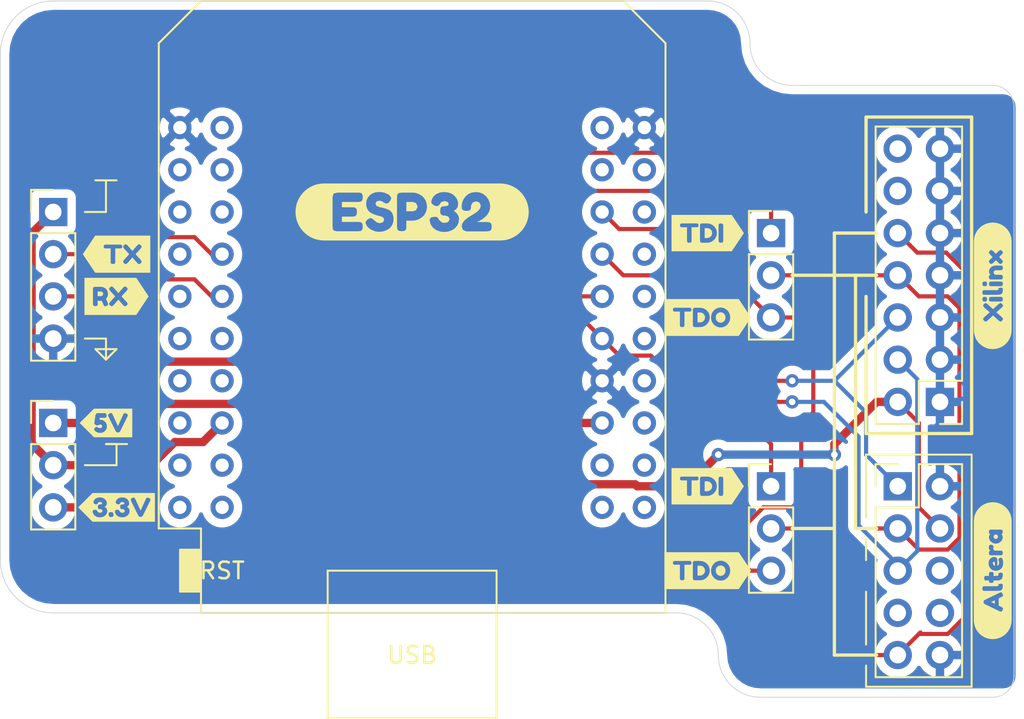
<source format=kicad_pcb>
(kicad_pcb (version 20211014) (generator pcbnew)
  (layers (0 "F.Cu" signal) (31 "B.Cu" signal) (34 "B.Paste" user) (35 "F.Paste" user) (36 "B.SilkS" user "B.Silkscreen") (37 "F.SilkS" user "F.Silkscreen") (38 "B.Mask" user) (39 "F.Mask" user) (44 "Edge.Cuts" user))
  (net 0 "")
  (net 1 "Net-(U1-Pad2)")
  (net 2 "Net-(U1-Pad3)")
  (net 3 "Net-(U1-Pad4)")
  (net 4 "Net-(U1-Pad5)")
  (net 5 "Net-(U1-Pad6)")
  (net 6 "Net-(U1-Pad7)")
  (net 7 "Net-(U1-Pad9)")
  (net 8 "Net-(U1-Pad11)")
  (net 9 "Net-(U1-Pad12)")
  (net 10 "Net-(U1-Pad13)")
  (net 11 "Net-(U1-Pad14)")
  (net 12 "Net-(U1-Pad15)")
  (net 13 "Net-(U1-Pad17)")
  (net 14 "Net-(U1-Pad18)")
  (net 15 "Net-(U1-Pad19)")
  (net 16 "Net-(U1-Pad20)")
  (net 17 "Net-(U1-Pad21)")
  (net 18 "Net-(U1-Pad23)")
  (net 19 "Net-(U1-Pad24)")
  (net 20 "Net-(U1-Pad26)")
  (net 21 "Net-(U1-Pad28)")
  (net 22 "Net-(U1-Pad30)")
  (net 23 "Net-(U1-Pad32)")
  (net 24 "Net-(U1-Pad34)")
  (net 25 "Net-(U1-Pad36)")
  (net 26 "Net-(U1-Pad37)")
  (net 27 "Net-(U1-Pad38)")
  (net 28 "Net-(U1-Pad39)")
  (net 29 "Net-(U1-Pad40)")
  (net 30 "Net-(J1-Pad14)")
  (net 31 "GND")
  (net 32 "Net-(J1-Pad12)")
  (net 33 "Net-(J1-Pad10)")
  (net 34 "Net-(J1-Pad8)")
  (net 35 "/TCK")
  (net 36 "/TMS")
  (net 37 "VCC")
  (net 38 "Net-(J2-Pad8)")
  (net 39 "Net-(J2-Pad7)")
  (net 40 "Net-(J2-Pad6)")
  (net 41 "+3V3")
  (net 42 "+5V")
  (net 43 "/TDO")
  (net 44 "/TDI")
  (net 45 "/U_RX")
  (net 46 "/U_TX")
  (footprint "Connector_PinHeader_2.54mm:PinHeader_2x07_P2.54mm_Vertical" (layer "F.Cu") (at 154.94 106.68 180)
    (fp_text reference "J1" hide)
    (fp_text value "Conn_02x07_Odd_Even" hide)
    (pad "1" thru_hole rect locked (at 0 0 180) (size 1.7 1.7) (drill 1) (layers *.Cu *.Mask) (net 31 "GND"))
    (pad "2" thru_hole oval locked (at 2.54 0 180) (size 1.7 1.7) (drill 1) (layers *.Cu *.Mask) (net 37 "VCC"))
    (pad "3" thru_hole oval locked (at 0 2.54 180) (size 1.7 1.7) (drill 1) (layers *.Cu *.Mask) (net 31 "GND"))
    (pad "4" thru_hole oval locked (at 2.54 2.54 180) (size 1.7 1.7) (drill 1) (layers *.Cu *.Mask) (net 36 "/TMS"))
    (pad "5" thru_hole oval locked (at 0 5.08 180) (size 1.7 1.7) (drill 1) (layers *.Cu *.Mask) (net 31 "GND"))
    (pad "6" thru_hole oval locked (at 2.54 5.08 180) (size 1.7 1.7) (drill 1) (layers *.Cu *.Mask) (net 35 "/TCK"))
    (pad "7" thru_hole oval locked (at 0 7.62 180) (size 1.7 1.7) (drill 1) (layers *.Cu *.Mask) (net 31 "GND"))
    (pad "8" thru_hole oval locked (at 2.54 7.62 180) (size 1.7 1.7) (drill 1) (layers *.Cu *.Mask) (net 34 "Net-(J1-Pad8)"))
    (pad "9" thru_hole oval locked (at 0 10.16 180) (size 1.7 1.7) (drill 1) (layers *.Cu *.Mask) (net 31 "GND"))
    (pad "10" thru_hole oval locked (at 2.54 10.16 180) (size 1.7 1.7) (drill 1) (layers *.Cu *.Mask) (net 33 "Net-(J1-Pad10)"))
    (pad "11" thru_hole oval locked (at 0 12.7 180) (size 1.7 1.7) (drill 1) (layers *.Cu *.Mask) (net 31 "GND"))
    (pad "12" thru_hole oval locked (at 2.54 12.7 180) (size 1.7 1.7) (drill 1) (layers *.Cu *.Mask) (net 32 "Net-(J1-Pad12)"))
    (pad "13" thru_hole oval locked (at 0 15.24 180) (size 1.7 1.7) (drill 1) (layers *.Cu *.Mask) (net 31 "GND"))
    (pad "14" thru_hole oval locked (at 2.54 15.24 180) (size 1.7 1.7) (drill 1) (layers *.Cu *.Mask) (net 30 "Net-(J1-Pad14)"))
  )
  (footprint "Connector_PinHeader_2.54mm:PinHeader_2x05_P2.54mm_Vertical" (layer "F.Cu") (at 152.4 111.76)
    (fp_text reference "J2" hide)
    (fp_text value "Conn_02x05_Odd_Even" hide)
    (pad "1" thru_hole rect locked (at 0 0) (size 1.7 1.7) (drill 1) (layers *.Cu *.Mask) (net 35 "/TCK"))
    (pad "2" thru_hole oval locked (at 2.54 0) (size 1.7 1.7) (drill 1) (layers *.Cu *.Mask) (net 31 "GND"))
    (pad "3" thru_hole oval locked (at 0 2.54) (size 1.7 1.7) (drill 1) (layers *.Cu *.Mask) (net 34 "Net-(J1-Pad8)"))
    (pad "4" thru_hole oval locked (at 2.54 2.54) (size 1.7 1.7) (drill 1) (layers *.Cu *.Mask) (net 37 "VCC"))
    (pad "5" thru_hole oval locked (at 0 5.08) (size 1.7 1.7) (drill 1) (layers *.Cu *.Mask) (net 36 "/TMS"))
    (pad "6" thru_hole oval locked (at 2.54 5.08) (size 1.7 1.7) (drill 1) (layers *.Cu *.Mask) (net 40 "Net-(J2-Pad6)"))
    (pad "7" thru_hole oval locked (at 0 7.62) (size 1.7 1.7) (drill 1) (layers *.Cu *.Mask) (net 39 "Net-(J2-Pad7)"))
    (pad "8" thru_hole oval locked (at 2.54 7.62) (size 1.7 1.7) (drill 1) (layers *.Cu *.Mask) (net 38 "Net-(J2-Pad8)"))
    (pad "9" thru_hole oval locked (at 0 10.16) (size 1.7 1.7) (drill 1) (layers *.Cu *.Mask) (net 33 "Net-(J1-Pad10)"))
    (pad "10" thru_hole oval locked (at 2.54 10.16) (size 1.7 1.7) (drill 1) (layers *.Cu *.Mask) (net 31 "GND"))
  )
  (footprint "Connector_PinHeader_2.54mm:PinHeader_1x03_P2.54mm_Vertical" (layer "F.Cu") (at 101.6 107.95)
    (fp_text reference "J3" hide)
    (fp_text value "Conn_01x03" hide)
    (pad "1" thru_hole rect locked (at 0 0) (size 1.7 1.7) (drill 1) (layers *.Cu *.Mask) (net 42 "+5V"))
    (pad "2" thru_hole oval locked (at 0 2.54) (size 1.7 1.7) (drill 1) (layers *.Cu *.Mask) (net 37 "VCC"))
    (pad "3" thru_hole oval locked (at 0 5.08) (size 1.7 1.7) (drill 1) (layers *.Cu *.Mask) (net 41 "+3V3"))
  )
  (footprint "Connector_PinHeader_2.54mm:PinHeader_1x03_P2.54mm_Vertical" (layer "F.Cu") (at 144.78 96.52)
    (fp_text reference "J4" hide)
    (fp_text value "Conn_01x03" hide)
    (pad "1" thru_hole rect locked (at 0 0) (size 1.7 1.7) (drill 1) (layers *.Cu *.Mask) (net 44 "/TDI"))
    (pad "2" thru_hole oval locked (at 0 2.54) (size 1.7 1.7) (drill 1) (layers *.Cu *.Mask) (net 34 "Net-(J1-Pad8)"))
    (pad "3" thru_hole oval locked (at 0 5.08) (size 1.7 1.7) (drill 1) (layers *.Cu *.Mask) (net 43 "/TDO"))
  )
  (footprint "Connector_PinHeader_2.54mm:PinHeader_1x03_P2.54mm_Vertical" (layer "F.Cu") (at 144.78 111.76)
    (fp_text reference "J5" hide)
    (fp_text value "Conn_01x03" hide)
    (pad "1" thru_hole rect locked (at 0 0) (size 1.7 1.7) (drill 1) (layers *.Cu *.Mask) (net 44 "/TDI"))
    (pad "2" thru_hole oval locked (at 0 2.54) (size 1.7 1.7) (drill 1) (layers *.Cu *.Mask) (net 33 "Net-(J1-Pad10)"))
    (pad "3" thru_hole oval locked (at 0 5.08) (size 1.7 1.7) (drill 1) (layers *.Cu *.Mask) (net 43 "/TDO"))
  )
  (footprint "Connector_PinHeader_2.54mm:PinHeader_1x04_P2.54mm_Vertical" (layer "F.Cu") (at 101.6 95.25)
    (fp_text reference "J6" hide)
    (fp_text value "Conn_01x04" hide)
    (pad "1" thru_hole rect locked (at 0 0) (size 1.7 1.7) (drill 1) (layers *.Cu *.Mask) (net 37 "VCC"))
    (pad "2" thru_hole oval locked (at 0 2.54) (size 1.7 1.7) (drill 1) (layers *.Cu *.Mask) (net 46 "/U_TX"))
    (pad "3" thru_hole oval locked (at 0 5.08) (size 1.7 1.7) (drill 1) (layers *.Cu *.Mask) (net 45 "/U_RX"))
    (pad "4" thru_hole oval locked (at 0 7.62) (size 1.7 1.7) (drill 1) (layers *.Cu *.Mask) (net 31 "GND"))
  )
  (footprint "label" (layer "F.Cu") (at 105.41 113.03)
    (fp_text reference "svg2mod" hide)
    (fp_text value "G***" hide)
  )
  (footprint "label" (layer "F.Cu") (at 104.775 107.95)
    (fp_text reference "svg2mod" hide)
    (fp_text value "G***" hide)
  )
  (footprint "ESP32_mini:ESP32_mini" (layer "F.Cu") (at 123.19 101.6)
    (fp_text reference "U1" hide)
    (fp_text value "mini_esp32")
    (fp_text user "RST" (at -11.43 15.24) (layer "F.SilkS"))
    (fp_text user "USB" (at 0 20.32) (layer "F.SilkS"))
    (pad "1" thru_hole circle locked (at -13.97 -11.43 270) (size 1.4 1.4) (drill 0.8) (layers *.Cu *.Mask) (net 31 "GND"))
    (pad "2" thru_hole circle locked (at -11.43 -11.43 270) (size 1.4 1.4) (drill 0.8) (layers *.Cu *.Mask) (net 1 "Net-(U1-Pad2)"))
    (pad "3" thru_hole circle locked (at -13.97 -8.89 270) (size 1.4 1.4) (drill 0.8) (layers *.Cu *.Mask) (net 2 "Net-(U1-Pad3)"))
    (pad "4" thru_hole circle locked (at -11.43 -8.89 270) (size 1.4 1.4) (drill 0.8) (layers *.Cu *.Mask) (net 3 "Net-(U1-Pad4)"))
    (pad "5" thru_hole circle locked (at -13.97 -6.35 270) (size 1.4 1.4) (drill 0.8) (layers *.Cu *.Mask) (net 4 "Net-(U1-Pad5)"))
    (pad "6" thru_hole circle locked (at -11.43 -6.35 270) (size 1.4 1.4) (drill 0.8) (layers *.Cu *.Mask) (net 5 "Net-(U1-Pad6)"))
    (pad "7" thru_hole circle locked (at -13.97 -3.81 270) (size 1.4 1.4) (drill 0.8) (layers *.Cu *.Mask) (net 6 "Net-(U1-Pad7)"))
    (pad "8" thru_hole circle locked (at -11.43 -3.81 270) (size 1.4 1.4) (drill 0.8) (layers *.Cu *.Mask) (net 46 "/U_TX"))
    (pad "9" thru_hole circle locked (at -13.97 -1.27 270) (size 1.4 1.4) (drill 0.8) (layers *.Cu *.Mask) (net 7 "Net-(U1-Pad9)"))
    (pad "10" thru_hole circle locked (at -11.43 -1.27 270) (size 1.4 1.4) (drill 0.8) (layers *.Cu *.Mask) (net 45 "/U_RX"))
    (pad "11" thru_hole circle locked (at -13.97 1.27 270) (size 1.4 1.4) (drill 0.8) (layers *.Cu *.Mask) (net 8 "Net-(U1-Pad11)"))
    (pad "12" thru_hole circle locked (at -11.43 1.27 270) (size 1.4 1.4) (drill 0.8) (layers *.Cu *.Mask) (net 9 "Net-(U1-Pad12)"))
    (pad "13" thru_hole circle locked (at -13.97 3.81 270) (size 1.4 1.4) (drill 0.8) (layers *.Cu *.Mask) (net 10 "Net-(U1-Pad13)"))
    (pad "14" thru_hole circle locked (at -11.43 3.81 270) (size 1.4 1.4) (drill 0.8) (layers *.Cu *.Mask) (net 11 "Net-(U1-Pad14)"))
    (pad "15" thru_hole circle locked (at -13.97 6.35 270) (size 1.4 1.4) (drill 0.8) (layers *.Cu *.Mask) (net 12 "Net-(U1-Pad15)"))
    (pad "16" thru_hole circle locked (at -11.43 6.35 270) (size 1.4 1.4) (drill 0.8) (layers *.Cu *.Mask) (net 41 "+3V3"))
    (pad "17" thru_hole circle locked (at -13.97 8.89 270) (size 1.4 1.4) (drill 0.8) (layers *.Cu *.Mask) (net 13 "Net-(U1-Pad17)"))
    (pad "18" thru_hole circle locked (at -11.43 8.89 270) (size 1.4 1.4) (drill 0.8) (layers *.Cu *.Mask) (net 14 "Net-(U1-Pad18)"))
    (pad "19" thru_hole circle locked (at -13.97 11.43 270) (size 1.4 1.4) (drill 0.8) (layers *.Cu *.Mask) (net 15 "Net-(U1-Pad19)"))
    (pad "20" thru_hole circle locked (at -11.43 11.43 270) (size 1.4 1.4) (drill 0.8) (layers *.Cu *.Mask) (net 16 "Net-(U1-Pad20)"))
    (pad "21" thru_hole circle locked (at 11.43 -11.43 270) (size 1.4 1.4) (drill 0.8) (layers *.Cu *.Mask) (net 17 "Net-(U1-Pad21)"))
    (pad "22" thru_hole circle locked (at 13.97 -11.43 270) (size 1.4 1.4) (drill 0.8) (layers *.Cu *.Mask) (net 31 "GND"))
    (pad "23" thru_hole circle locked (at 11.43 -8.89 270) (size 1.4 1.4) (drill 0.8) (layers *.Cu *.Mask) (net 18 "Net-(U1-Pad23)"))
    (pad "24" thru_hole circle locked (at 13.97 -8.89 270) (size 1.4 1.4) (drill 0.8) (layers *.Cu *.Mask) (net 19 "Net-(U1-Pad24)"))
    (pad "25" thru_hole circle locked (at 11.43 -6.35 270) (size 1.4 1.4) (drill 0.8) (layers *.Cu *.Mask) (net 35 "/TCK"))
    (pad "26" thru_hole circle locked (at 13.97 -6.35 270) (size 1.4 1.4) (drill 0.8) (layers *.Cu *.Mask) (net 20 "Net-(U1-Pad26)"))
    (pad "27" thru_hole circle locked (at 11.43 -3.81 270) (size 1.4 1.4) (drill 0.8) (layers *.Cu *.Mask) (net 36 "/TMS"))
    (pad "28" thru_hole circle locked (at 13.97 -3.81 270) (size 1.4 1.4) (drill 0.8) (layers *.Cu *.Mask) (net 21 "Net-(U1-Pad28)"))
    (pad "29" thru_hole circle locked (at 11.43 -1.27 270) (size 1.4 1.4) (drill 0.8) (layers *.Cu *.Mask) (net 43 "/TDO"))
    (pad "30" thru_hole circle locked (at 13.97 -1.27 270) (size 1.4 1.4) (drill 0.8) (layers *.Cu *.Mask) (net 22 "Net-(U1-Pad30)"))
    (pad "31" thru_hole circle locked (at 11.43 1.27 270) (size 1.4 1.4) (drill 0.8) (layers *.Cu *.Mask) (net 44 "/TDI"))
    (pad "32" thru_hole circle locked (at 13.97 1.27 270) (size 1.4 1.4) (drill 0.8) (layers *.Cu *.Mask) (net 23 "Net-(U1-Pad32)"))
    (pad "33" thru_hole circle locked (at 11.43 3.81 270) (size 1.4 1.4) (drill 0.8) (layers *.Cu *.Mask) (net 31 "GND"))
    (pad "34" thru_hole circle locked (at 13.97 3.81 270) (size 1.4 1.4) (drill 0.8) (layers *.Cu *.Mask) (net 24 "Net-(U1-Pad34)"))
    (pad "35" thru_hole circle locked (at 11.43 6.35 270) (size 1.4 1.4) (drill 0.8) (layers *.Cu *.Mask) (net 42 "+5V"))
    (pad "36" thru_hole circle locked (at 13.97 6.35 270) (size 1.4 1.4) (drill 0.8) (layers *.Cu *.Mask) (net 25 "Net-(U1-Pad36)"))
    (pad "37" thru_hole circle locked (at 11.43 8.89 270) (size 1.4 1.4) (drill 0.8) (layers *.Cu *.Mask) (net 26 "Net-(U1-Pad37)"))
    (pad "38" thru_hole circle locked (at 13.97 8.89 270) (size 1.4 1.4) (drill 0.8) (layers *.Cu *.Mask) (net 27 "Net-(U1-Pad38)"))
    (pad "39" thru_hole circle locked (at 11.43 11.43 270) (size 1.4 1.4) (drill 0.8) (layers *.Cu *.Mask) (net 28 "Net-(U1-Pad39)"))
    (pad "40" thru_hole circle locked (at 13.97 11.43 270) (size 1.4 1.4) (drill 0.8) (layers *.Cu *.Mask) (net 29 "Net-(U1-Pad40)"))
  )
  (footprint "kibuzzard-61C93796" (layer "F.Cu") (at 105.41 97.79)
    (fp_text reference "kibuzzard-61C93796" hide)
    (fp_text value "G***" hide)
  )
  (footprint "kibuzzard-61C93777" (layer "F.Cu") (at 158.115 99.695 90)
    (fp_text reference "kibuzzard-61C93777" hide)
    (fp_text value "G***" hide)
  )
  (footprint "kibuzzard-61C93731" (layer "F.Cu") (at 140.97 101.6)
    (fp_text reference "kibuzzard-61C93731" hide)
    (fp_text value "G***" hide)
  )
  (footprint "kibuzzard-61C93764" (layer "F.Cu") (at 158.115 116.84 90)
    (fp_text reference "kibuzzard-61C93764" hide)
    (fp_text value "G***" hide)
  )
  (footprint "kibuzzard-61C93744" (layer "F.Cu") (at 140.97 111.76)
    (fp_text reference "kibuzzard-61C93744" hide)
    (fp_text value "G***" hide)
  )
  (footprint "kibuzzard-61C93722" (layer "F.Cu") (at 140.97 96.52)
    (fp_text reference "kibuzzard-61C93722" hide)
    (fp_text value "G***" hide)
  )
  (footprint "kibuzzard-61C935D1" (layer "F.Cu") (at 123.19 95.25)
    (fp_text reference "kibuzzard-61C935D1" hide)
    (fp_text value "G***" hide)
  )
  (footprint "kibuzzard-61C9374F" (layer "F.Cu") (at 140.97 116.84)
    (fp_text reference "kibuzzard-61C9374F" hide)
    (fp_text value "G***" hide)
  )
  (footprint "kibuzzard-61C937B7" (layer "F.Cu") (at 105.41 100.33)
    (fp_text reference "kibuzzard-61C937B7" hide)
    (fp_text value "G***" hide)
  )
  (gr_line (start 151.13 99.06) (end 146.05 99.06) (layer "F.SilkS") (width 0.2))
  (gr_line (start 105.41 103.505) (end 104.775 104.14) (layer "F.SilkS") (width 0.12))
  (gr_line (start 156.845 89.535) (end 150.495 89.535) (layer "F.SilkS") (width 0.2))
  (gr_line (start 148.59 96.52) (end 151.13 96.52) (layer "F.SilkS") (width 0.2))
  (gr_line (start 148.59 121.92) (end 151.13 121.92) (layer "F.SilkS") (width 0.2))
  (gr_line (start 150.495 121.285) (end 150.495 118.11) (layer "F.SilkS") (width 0.12))
  (gr_line (start 103.505 95.25) (end 104.775 95.25) (layer "F.SilkS") (width 0.12))
  (gr_line (start 148.59 114.3) (end 148.59 96.52) (layer "F.SilkS") (width 0.2))
  (gr_line (start 149.86 114.3) (end 151.13 114.3) (layer "F.SilkS") (width 0.2))
  (gr_line (start 150.495 114.935) (end 150.495 116.205) (layer "F.SilkS") (width 0.12))
  (gr_line (start 148.59 114.3) (end 148.59 121.92) (layer "F.SilkS") (width 0.2))
  (gr_line (start 104.775 102.87) (end 104.775 104.14) (layer "F.SilkS") (width 0.12))
  (gr_line (start 104.14 93.345) (end 105.41 93.345) (layer "F.SilkS") (width 0.12))
  (gr_line (start 104.775 95.25) (end 104.775 93.345) (layer "F.SilkS") (width 0.12))
  (gr_line (start 150.495 89.535) (end 150.495 95.25) (layer "F.SilkS") (width 0.2))
  (gr_line (start 150.495 100.33) (end 150.495 108.585) (layer "F.SilkS") (width 0.2))
  (gr_line (start 105.41 109.22) (end 104.775 109.22) (layer "F.SilkS") (width 0.12))
  (gr_line (start 150.495 113.665) (end 150.495 109.855) (layer "F.SilkS") (width 0.12))
  (gr_line (start 104.775 104.14) (end 104.14 103.505) (layer "F.SilkS") (width 0.12))
  (gr_line (start 156.845 123.825) (end 150.495 123.825) (layer "F.SilkS") (width 0.12))
  (gr_line (start 104.14 103.505) (end 105.41 103.505) (layer "F.SilkS") (width 0.12))
  (gr_line (start 149.86 99.06) (end 149.86 114.3) (layer "F.SilkS") (width 0.2))
  (gr_line (start 103.505 110.49) (end 105.41 110.49) (layer "F.SilkS") (width 0.12))
  (gr_line (start 150.495 123.825) (end 150.495 122.555) (layer "F.SilkS") (width 0.12))
  (gr_line (start 156.845 109.855) (end 156.845 123.825) (layer "F.SilkS") (width 0.12))
  (gr_line (start 146.05 114.3) (end 148.59 114.3) (layer "F.SilkS") (width 0.2))
  (gr_line (start 103.505 102.87) (end 104.775 102.87) (layer "F.SilkS") (width 0.12))
  (gr_line (start 156.845 108.585) (end 156.845 89.535) (layer "F.SilkS") (width 0.2))
  (gr_line (start 104.775 93.345) (end 104.14 93.345) (layer "F.SilkS") (width 0.12))
  (gr_line (start 105.41 110.49) (end 105.41 109.22) (layer "F.SilkS") (width 0.12))
  (gr_line (start 150.495 108.585) (end 156.845 108.585) (layer "F.SilkS") (width 0.2))
  (gr_line (start 150.495 109.855) (end 156.845 109.855) (layer "F.SilkS") (width 0.12))
  (gr_line (start 104.775 109.22) (end 106.045 109.22) (layer "F.SilkS") (width 0.12))
  (gr_line (start 140.97 82.55) (end 101.6 82.55) (layer "Edge.Cuts") (width 0.05))
  (gr_line (start 144.145 124.46) (end 158.115 124.46) (layer "Edge.Cuts") (width 0.05))
  (gr_line (start 146.05 87.63) (end 158.115 87.63) (layer "Edge.Cuts") (width 0.05))
  (gr_arc (start 98.425 85.725) (mid 99.354936 83.479936) (end 101.6 82.55) (layer "Edge.Cuts") (width 0.05))
  (gr_arc (start 139.065 119.38) (mid 140.861051 120.123949) (end 141.605 121.92) (layer "Edge.Cuts") (width 0.05))
  (gr_arc (start 101.6 119.38) (mid 99.354936 118.450064) (end 98.425 116.205) (layer "Edge.Cuts") (width 0.05))
  (gr_arc (start 159.385 123.19) (mid 159.013026 124.088026) (end 158.115 124.46) (layer "Edge.Cuts") (width 0.05))
  (gr_arc (start 146.05 87.63) (mid 144.253949 86.886051) (end 143.51 85.09) (layer "Edge.Cuts") (width 0.05))
  (gr_line (start 159.385 123.19) (end 159.385 88.9) (layer "Edge.Cuts") (width 0.05))
  (gr_arc (start 144.145 124.46) (mid 142.348949 123.716051) (end 141.605 121.92) (layer "Edge.Cuts") (width 0.05))
  (gr_line (start 101.6 119.38) (end 139.065 119.38) (layer "Edge.Cuts") (width 0.05))
  (gr_arc (start 140.97 82.55) (mid 142.766051 83.293949) (end 143.51 85.09) (layer "Edge.Cuts") (width 0.05))
  (gr_arc (start 158.115 87.63) (mid 159.013026 88.001974) (end 159.385 88.9) (layer "Edge.Cuts") (width 0.05))
  (gr_line (start 98.425 85.725) (end 98.425 116.205) (layer "Edge.Cuts") (width 0.05))
  (segment (start 144.78 114.3) (end 147.32 114.3) (width 0.25) (layer "F.Cu") (net 33))
  (segment (start 147.32 114.3) (end 148.59 115.57) (width 0.25) (layer "F.Cu") (net 33))
  (segment (start 148.59 115.57) (end 148.59 120.65) (width 0.25) (layer "F.Cu") (net 33))
  (segment (start 155.314003 97.695001) (end 156.56501 98.946008) (width 0.25) (layer "F.Cu") (net 33))
  (segment (start 155.409002 120.65) (end 153.67 120.65) (width 0.25) (layer "F.Cu") (net 33))
  (segment (start 156.56501 98.946008) (end 156.56501 119.493992) (width 0.25) (layer "F.Cu") (net 33))
  (segment (start 156.56501 119.493992) (end 155.409002 120.65) (width 0.25) (layer "F.Cu") (net 33))
  (segment (start 153.764999 120.555001) (end 153.67 120.65) (width 0.25) (layer "F.Cu") (net 33))
  (segment (start 153.67 120.65) (end 152.4 121.92) (width 0.25) (layer "F.Cu") (net 33))
  (segment (start 148.59 120.65) (end 149.86 121.92) (width 0.25) (layer "F.Cu") (net 33))
  (segment (start 153.575001 97.695001) (end 155.314003 97.695001) (width 0.25) (layer "F.Cu") (net 33))
  (segment (start 149.86 121.92) (end 152.4 121.92) (width 0.25) (layer "F.Cu") (net 33))
  (segment (start 152.4 96.52) (end 153.575001 97.695001) (width 0.25) (layer "F.Cu") (net 33))
  (segment (start 156.115001 101.035999) (end 155.409002 100.33) (width 0.25) (layer "F.Cu") (net 34))
  (segment (start 153.67 100.33) (end 152.4 99.06) (width 0.25) (layer "F.Cu") (net 34))
  (segment (start 155.409002 100.33) (end 153.67 100.33) (width 0.25) (layer "F.Cu") (net 34))
  (segment (start 156.115001 114.864001) (end 156.115001 101.035999) (width 0.25) (layer "F.Cu") (net 34))
  (segment (start 144.78 99.06) (end 149.86 99.06) (width 0.25) (layer "F.Cu") (net 34))
  (segment (start 149.86 99.06) (end 152.4 99.06) (width 0.25) (layer "F.Cu") (net 34))
  (segment (start 151.13 114.3) (end 152.4 114.3) (width 0.25) (layer "F.Cu") (net 34))
  (segment (start 155.409002 115.57) (end 156.115001 114.864001) (width 0.25) (layer "F.Cu") (net 34))
  (segment (start 152.4 114.3) (end 153.67 115.57) (width 0.25) (layer "F.Cu") (net 34))
  (segment (start 153.67 115.57) (end 155.409002 115.57) (width 0.25) (layer "F.Cu") (net 34))
  (segment (start 146.05 105.41) (end 146.05 105.41) (width 0.25) (layer "F.Cu") (net 35))
  (segment (start 140.97 99.06) (end 140.97 103.505) (width 0.25) (layer "F.Cu") (net 35))
  (segment (start 135.645001 96.275001) (end 138.185001 96.275001) (width 0.25) (layer "F.Cu") (net 35))
  (segment (start 138.185001 96.275001) (end 140.97 99.06) (width 0.25) (layer "F.Cu") (net 35))
  (segment (start 142.875 105.41) (end 146.05 105.41) (width 0.25) (layer "F.Cu") (net 35))
  (segment (start 134.62 95.25) (end 135.645001 96.275001) (width 0.25) (layer "F.Cu") (net 35))
  (segment (start 140.97 103.505) (end 142.875 105.41) (width 0.25) (layer "F.Cu") (net 35))
  (via (at 146.05 105.41) (size 0.8) (drill 0.4) (layers "F.Cu" "B.Cu") (net 35))
  (segment (start 148.59 105.41) (end 152.4 101.6) (width 0.25) (layer "B.Cu") (net 35))
  (segment (start 148.59 105.41) (end 150.495 107.315) (width 0.25) (layer "B.Cu") (net 35))
  (segment (start 146.05 105.41) (end 148.59 105.41) (width 0.25) (layer "B.Cu") (net 35))
  (segment (start 150.495 109.855) (end 152.4 111.76) (width 0.25) (layer "B.Cu") (net 35))
  (segment (start 150.495 107.315) (end 150.495 109.855) (width 0.25) (layer "B.Cu") (net 35))
  (segment (start 146.05 106.68) (end 146.05 106.68) (width 0.25) (layer "F.Cu") (net 36))
  (segment (start 134.62 97.79) (end 135.89 99.06) (width 0.25) (layer "F.Cu") (net 36))
  (segment (start 139.7 100.33) (end 139.7 104.14) (width 0.25) (layer "F.Cu") (net 36))
  (segment (start 138.43 99.06) (end 139.7 100.33) (width 0.25) (layer "F.Cu") (net 36))
  (segment (start 135.89 99.06) (end 138.43 99.06) (width 0.25) (layer "F.Cu") (net 36))
  (segment (start 142.24 106.68) (end 146.05 106.68) (width 0.25) (layer "F.Cu") (net 36))
  (segment (start 139.7 104.14) (end 142.24 106.68) (width 0.25) (layer "F.Cu") (net 36))
  (via (at 146.05 106.68) (size 0.8) (drill 0.4) (layers "F.Cu" "B.Cu") (net 36))
  (segment (start 152.4 116.84) (end 153.575001 115.664999) (width 0.25) (layer "B.Cu") (net 36))
  (segment (start 146.05 106.68) (end 147.955 106.68) (width 0.25) (layer "B.Cu") (net 36))
  (segment (start 147.955 106.68) (end 150.04499 108.76999) (width 0.25) (layer "B.Cu") (net 36))
  (segment (start 150.04499 114.11501) (end 152.4 116.47002) (width 0.25) (layer "B.Cu") (net 36))
  (segment (start 153.575001 115.664999) (end 153.575001 105.315001) (width 0.25) (layer "B.Cu") (net 36))
  (segment (start 153.575001 105.315001) (end 152.4 104.14) (width 0.25) (layer "B.Cu") (net 36))
  (segment (start 150.04499 108.76999) (end 150.04499 114.11501) (width 0.25) (layer "B.Cu") (net 36))
  (segment (start 152.4 116.47002) (end 152.4 116.84) (width 0.25) (layer "B.Cu") (net 36))
  (segment (start 104.318186 110.49) (end 107.315 107.493186) (width 0.5) (layer "F.Cu") (net 37))
  (segment (start 148.59 109.855) (end 148.59 109.22) (width 0.5) (layer "F.Cu") (net 37))
  (segment (start 101.6 95.25) (end 100.299999 96.550001) (width 0.5) (layer "F.Cu") (net 37))
  (segment (start 100.299999 96.550001) (end 100.299999 109.189999) (width 0.5) (layer "F.Cu") (net 37))
  (segment (start 100.299999 109.189999) (end 101.6 110.49) (width 0.5) (layer "F.Cu") (net 37))
  (segment (start 139.7 111.76) (end 141.605 109.855) (width 0.5) (layer "F.Cu") (net 37))
  (segment (start 101.6 110.49) (end 104.318186 110.49) (width 0.5) (layer "F.Cu") (net 37))
  (segment (start 108.008187 106.799999) (end 127.119999 106.799999) (width 0.5) (layer "F.Cu") (net 37))
  (segment (start 151.13 106.68) (end 152.4 106.68) (width 0.5) (layer "F.Cu") (net 37))
  (segment (start 148.59 109.22) (end 151.13 106.68) (width 0.5) (layer "F.Cu") (net 37))
  (segment (start 153.67 107.95) (end 152.4 106.68) (width 0.25) (layer "F.Cu") (net 37))
  (segment (start 127.119999 106.799999) (end 131.960001 111.640001) (width 0.5) (layer "F.Cu") (net 37))
  (segment (start 136.727998 111.76) (end 139.7 111.76) (width 0.5) (layer "F.Cu") (net 37))
  (segment (start 154.94 114.3) (end 153.67 113.03) (width 0.25) (layer "F.Cu") (net 37))
  (segment (start 131.960001 111.640001) (end 136.607999 111.640001) (width 0.5) (layer "F.Cu") (net 37))
  (segment (start 136.607999 111.640001) (end 136.727998 111.76) (width 0.5) (layer "F.Cu") (net 37))
  (segment (start 153.67 113.03) (end 153.67 107.95) (width 0.25) (layer "F.Cu") (net 37))
  (segment (start 107.315 107.493186) (end 108.008187 106.799999) (width 0.5) (layer "F.Cu") (net 37))
  (via (at 141.605 109.855) (size 0.8) (drill 0.4) (layers "F.Cu" "B.Cu") (net 37))
  (via (at 148.59 109.855) (size 0.8) (drill 0.4) (layers "F.Cu" "B.Cu") (net 37))
  (segment (start 141.605 109.855) (end 148.59 109.855) (width 0.5) (layer "B.Cu") (net 37))
  (segment (start 104.977998 113.03) (end 108.907997 109.100001) (width 0.5) (layer "F.Cu") (net 41))
  (segment (start 108.907997 109.100001) (end 110.609999 109.100001) (width 0.5) (layer "F.Cu") (net 41))
  (segment (start 111.614998 107.95) (end 111.76 107.95) (width 0.25) (layer "F.Cu") (net 41))
  (segment (start 101.6 113.03) (end 104.977998 113.03) (width 0.5) (layer "F.Cu") (net 41))
  (segment (start 110.609999 109.100001) (end 111.76 107.95) (width 0.5) (layer "F.Cu") (net 41))
  (segment (start 101.6 107.95) (end 104.14 107.95) (width 0.5) (layer "F.Cu") (net 42))
  (segment (start 107.830001 104.259999) (end 127.754999 104.259999) (width 0.5) (layer "F.Cu") (net 42))
  (segment (start 131.445 107.95) (end 134.62 107.95) (width 0.5) (layer "F.Cu") (net 42))
  (segment (start 104.14 107.95) (end 107.830001 104.259999) (width 0.5) (layer "F.Cu") (net 42))
  (segment (start 127.754999 104.259999) (end 131.445 107.95) (width 0.5) (layer "F.Cu") (net 42))
  (segment (start 146.594999 108.040001) (end 146.594999 112.485001) (width 0.25) (layer "F.Cu") (net 43))
  (segment (start 143.51 116.84) (end 142.875 116.205) (width 0.25) (layer "F.Cu") (net 43))
  (segment (start 144.78 101.6) (end 139.7 96.52) (width 0.25) (layer "F.Cu") (net 43))
  (segment (start 146.05 101.6) (end 147.32 102.87) (width 0.25) (layer "F.Cu") (net 43))
  (segment (start 139.7 96.52) (end 139.7 95.25) (width 0.25) (layer "F.Cu") (net 43))
  (segment (start 132.715 99.695) (end 133.35 100.33) (width 0.25) (layer "F.Cu") (net 43))
  (segment (start 142.875 114.465998) (end 144.310998 113.03) (width 0.25) (layer "F.Cu") (net 43))
  (segment (start 147.32 107.315) (end 146.594999 108.040001) (width 0.25) (layer "F.Cu") (net 43))
  (segment (start 146.594999 112.485001) (end 146.05 113.03) (width 0.25) (layer "F.Cu") (net 43))
  (segment (start 144.310998 113.03) (end 146.05 113.03) (width 0.25) (layer "F.Cu") (net 43))
  (segment (start 139.7 95.25) (end 138.43 93.98) (width 0.25) (layer "F.Cu") (net 43))
  (segment (start 144.78 116.84) (end 143.51 116.84) (width 0.25) (layer "F.Cu") (net 43))
  (segment (start 144.78 101.6) (end 146.05 101.6) (width 0.25) (layer "F.Cu") (net 43))
  (segment (start 138.43 93.98) (end 133.35 93.98) (width 0.25) (layer "F.Cu") (net 43))
  (segment (start 133.35 93.98) (end 132.715 94.615) (width 0.25) (layer "F.Cu") (net 43))
  (segment (start 147.32 102.87) (end 147.32 107.315) (width 0.25) (layer "F.Cu") (net 43))
  (segment (start 133.35 100.33) (end 134.62 100.33) (width 0.25) (layer "F.Cu") (net 43))
  (segment (start 142.875 116.205) (end 142.875 114.465998) (width 0.25) (layer "F.Cu") (net 43))
  (segment (start 132.715 94.615) (end 132.715 99.695) (width 0.25) (layer "F.Cu") (net 43))
  (segment (start 143.51 107.95) (end 144.78 109.22) (width 0.25) (layer "F.Cu") (net 44))
  (segment (start 143.754999 91.684999) (end 144.78 92.71) (width 0.25) (layer "F.Cu") (net 44))
  (segment (start 144.78 92.71) (end 144.78 96.52) (width 0.25) (layer "F.Cu") (net 44))
  (segment (start 131.835001 91.684999) (end 143.754999 91.684999) (width 0.25) (layer "F.Cu") (net 44))
  (segment (start 134.62 102.87) (end 135.645001 103.895001) (width 0.25) (layer "F.Cu") (net 44))
  (segment (start 131.445 99.695) (end 131.445 92.075) (width 0.25) (layer "F.Cu") (net 44))
  (segment (start 134.62 102.87) (end 131.445 99.695) (width 0.25) (layer "F.Cu") (net 44))
  (segment (start 135.645001 103.895001) (end 137.550001 103.895001) (width 0.25) (layer "F.Cu") (net 44))
  (segment (start 141.605 107.95) (end 143.51 107.95) (width 0.25) (layer "F.Cu") (net 44))
  (segment (start 144.78 109.22) (end 144.78 111.76) (width 0.25) (layer "F.Cu") (net 44))
  (segment (start 131.445 92.075) (end 131.835001 91.684999) (width 0.25) (layer "F.Cu") (net 44))
  (segment (start 137.550001 103.895001) (end 141.605 107.95) (width 0.25) (layer "F.Cu") (net 44))
  (segment (start 111.125 100.33) (end 111.76 100.33) (width 0.25) (layer "F.Cu") (net 45))
  (segment (start 101.6 100.33) (end 106.68 100.33) (width 0.25) (layer "F.Cu") (net 45))
  (segment (start 110.099999 99.304999) (end 111.125 100.33) (width 0.25) (layer "F.Cu") (net 45))
  (segment (start 107.705001 99.304999) (end 110.099999 99.304999) (width 0.25) (layer "F.Cu") (net 45))
  (segment (start 106.68 100.33) (end 107.705001 99.304999) (width 0.25) (layer "F.Cu") (net 45))
  (segment (start 107.315 97.79) (end 108.340001 96.764999) (width 0.25) (layer "F.Cu") (net 46))
  (segment (start 110.099999 96.764999) (end 111.125 97.79) (width 0.25) (layer "F.Cu") (net 46))
  (segment (start 111.125 97.79) (end 111.76 97.79) (width 0.25) (layer "F.Cu") (net 46))
  (segment (start 101.6 97.79) (end 107.315 97.79) (width 0.25) (layer "F.Cu") (net 46))
  (segment (start 108.340001 96.764999) (end 110.099999 96.764999) (width 0.25) (layer "F.Cu") (net 46))
  (zone (net 31) (net_name "GND") (layer "B.Cu") (connect_pads (clearance 0.508)) (min_thickness 0.254) (fill yes (thermal_gap 0.508) (thermal_bridge_width 0.508) (smoothing chamfer) (radius 1))
    (polygon (pts (xy 143.51 85.725) (xy 146.05 87.63) (xy 160.02 87.63) (xy 160.02 124.46) (xy 141.605 124.46) (xy 141.605 121.92) (xy 138.43 119.38) (xy 98.425 119.38) (xy 98.425 82.55) (xy 143.51 82.55)))
  )
)
</source>
